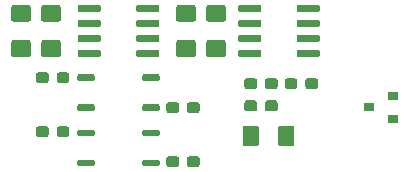
<source format=gbr>
G04 #@! TF.GenerationSoftware,KiCad,Pcbnew,(5.1.0-1220-ga833aeeac)*
G04 #@! TF.CreationDate,2019-07-18T01:02:23+03:00*
G04 #@! TF.ProjectId,proto_II_rs485,70726f74-6f5f-4494-995f-72733438352e,rev?*
G04 #@! TF.SameCoordinates,Original*
G04 #@! TF.FileFunction,Paste,Top*
G04 #@! TF.FilePolarity,Positive*
%FSLAX46Y46*%
G04 Gerber Fmt 4.6, Leading zero omitted, Abs format (unit mm)*
G04 Created by KiCad (PCBNEW (5.1.0-1220-ga833aeeac)) date 2019-07-18 01:02:23*
%MOMM*%
%LPD*%
G04 APERTURE LIST*
%ADD10C,0.160000*%
%ADD11C,1.425000*%
%ADD12C,0.550000*%
%ADD13C,0.600000*%
%ADD14C,0.950000*%
%ADD15R,0.900000X0.800000*%
G04 APERTURE END LIST*
D10*
G36*
X34310671Y-47719030D02*
G01*
X34391777Y-47773223D01*
X34445970Y-47854329D01*
X34465000Y-47950000D01*
X34465000Y-48875000D01*
X34445970Y-48970671D01*
X34391777Y-49051777D01*
X34310671Y-49105970D01*
X34215000Y-49125000D01*
X32965000Y-49125000D01*
X32869329Y-49105970D01*
X32788223Y-49051777D01*
X32734030Y-48970671D01*
X32715000Y-48875000D01*
X32715000Y-47950000D01*
X32734030Y-47854329D01*
X32788223Y-47773223D01*
X32869329Y-47719030D01*
X32965000Y-47700000D01*
X34215000Y-47700000D01*
X34310671Y-47719030D01*
X34310671Y-47719030D01*
G37*
D11*
X33590000Y-48412500D03*
D10*
G36*
X34310671Y-44744030D02*
G01*
X34391777Y-44798223D01*
X34445970Y-44879329D01*
X34465000Y-44975000D01*
X34465000Y-45900000D01*
X34445970Y-45995671D01*
X34391777Y-46076777D01*
X34310671Y-46130970D01*
X34215000Y-46150000D01*
X32965000Y-46150000D01*
X32869329Y-46130970D01*
X32788223Y-46076777D01*
X32734030Y-45995671D01*
X32715000Y-45900000D01*
X32715000Y-44975000D01*
X32734030Y-44879329D01*
X32788223Y-44798223D01*
X32869329Y-44744030D01*
X32965000Y-44725000D01*
X34215000Y-44725000D01*
X34310671Y-44744030D01*
X34310671Y-44744030D01*
G37*
D11*
X33590000Y-45437500D03*
D10*
G36*
X36850671Y-47719030D02*
G01*
X36931777Y-47773223D01*
X36985970Y-47854329D01*
X37005000Y-47950000D01*
X37005000Y-48875000D01*
X36985970Y-48970671D01*
X36931777Y-49051777D01*
X36850671Y-49105970D01*
X36755000Y-49125000D01*
X35505000Y-49125000D01*
X35409329Y-49105970D01*
X35328223Y-49051777D01*
X35274030Y-48970671D01*
X35255000Y-48875000D01*
X35255000Y-47950000D01*
X35274030Y-47854329D01*
X35328223Y-47773223D01*
X35409329Y-47719030D01*
X35505000Y-47700000D01*
X36755000Y-47700000D01*
X36850671Y-47719030D01*
X36850671Y-47719030D01*
G37*
D11*
X36130000Y-48412500D03*
D10*
G36*
X36850671Y-44744030D02*
G01*
X36931777Y-44798223D01*
X36985970Y-44879329D01*
X37005000Y-44975000D01*
X37005000Y-45900000D01*
X36985970Y-45995671D01*
X36931777Y-46076777D01*
X36850671Y-46130970D01*
X36755000Y-46150000D01*
X35505000Y-46150000D01*
X35409329Y-46130970D01*
X35328223Y-46076777D01*
X35274030Y-45995671D01*
X35255000Y-45900000D01*
X35255000Y-44975000D01*
X35274030Y-44879329D01*
X35328223Y-44798223D01*
X35409329Y-44744030D01*
X35505000Y-44725000D01*
X36755000Y-44725000D01*
X36850671Y-44744030D01*
X36850671Y-44744030D01*
G37*
D11*
X36130000Y-45437500D03*
D10*
G36*
X50820671Y-47719030D02*
G01*
X50901777Y-47773223D01*
X50955970Y-47854329D01*
X50975000Y-47950000D01*
X50975000Y-48875000D01*
X50955970Y-48970671D01*
X50901777Y-49051777D01*
X50820671Y-49105970D01*
X50725000Y-49125000D01*
X49475000Y-49125000D01*
X49379329Y-49105970D01*
X49298223Y-49051777D01*
X49244030Y-48970671D01*
X49225000Y-48875000D01*
X49225000Y-47950000D01*
X49244030Y-47854329D01*
X49298223Y-47773223D01*
X49379329Y-47719030D01*
X49475000Y-47700000D01*
X50725000Y-47700000D01*
X50820671Y-47719030D01*
X50820671Y-47719030D01*
G37*
D11*
X50100000Y-48412500D03*
D10*
G36*
X50820671Y-44744030D02*
G01*
X50901777Y-44798223D01*
X50955970Y-44879329D01*
X50975000Y-44975000D01*
X50975000Y-45900000D01*
X50955970Y-45995671D01*
X50901777Y-46076777D01*
X50820671Y-46130970D01*
X50725000Y-46150000D01*
X49475000Y-46150000D01*
X49379329Y-46130970D01*
X49298223Y-46076777D01*
X49244030Y-45995671D01*
X49225000Y-45900000D01*
X49225000Y-44975000D01*
X49244030Y-44879329D01*
X49298223Y-44798223D01*
X49379329Y-44744030D01*
X49475000Y-44725000D01*
X50725000Y-44725000D01*
X50820671Y-44744030D01*
X50820671Y-44744030D01*
G37*
D11*
X50100000Y-45437500D03*
D10*
G36*
X48280671Y-47719030D02*
G01*
X48361777Y-47773223D01*
X48415970Y-47854329D01*
X48435000Y-47950000D01*
X48435000Y-48875000D01*
X48415970Y-48970671D01*
X48361777Y-49051777D01*
X48280671Y-49105970D01*
X48185000Y-49125000D01*
X46935000Y-49125000D01*
X46839329Y-49105970D01*
X46758223Y-49051777D01*
X46704030Y-48970671D01*
X46685000Y-48875000D01*
X46685000Y-47950000D01*
X46704030Y-47854329D01*
X46758223Y-47773223D01*
X46839329Y-47719030D01*
X46935000Y-47700000D01*
X48185000Y-47700000D01*
X48280671Y-47719030D01*
X48280671Y-47719030D01*
G37*
D11*
X47560000Y-48412500D03*
D10*
G36*
X48280671Y-44744030D02*
G01*
X48361777Y-44798223D01*
X48415970Y-44879329D01*
X48435000Y-44975000D01*
X48435000Y-45900000D01*
X48415970Y-45995671D01*
X48361777Y-46076777D01*
X48280671Y-46130970D01*
X48185000Y-46150000D01*
X46935000Y-46150000D01*
X46839329Y-46130970D01*
X46758223Y-46076777D01*
X46704030Y-45995671D01*
X46685000Y-45900000D01*
X46685000Y-44975000D01*
X46704030Y-44879329D01*
X46758223Y-44798223D01*
X46839329Y-44744030D01*
X46935000Y-44725000D01*
X48185000Y-44725000D01*
X48280671Y-44744030D01*
X48280671Y-44744030D01*
G37*
D11*
X47560000Y-45437500D03*
D10*
G36*
X45235119Y-55296467D02*
G01*
X45279727Y-55326273D01*
X45309533Y-55370881D01*
X45320000Y-55423500D01*
X45320000Y-55698500D01*
X45309533Y-55751119D01*
X45279727Y-55795727D01*
X45235119Y-55825533D01*
X45182500Y-55836000D01*
X44007500Y-55836000D01*
X43954881Y-55825533D01*
X43910273Y-55795727D01*
X43880467Y-55751119D01*
X43870000Y-55698500D01*
X43870000Y-55423500D01*
X43880467Y-55370881D01*
X43910273Y-55326273D01*
X43954881Y-55296467D01*
X44007500Y-55286000D01*
X45182500Y-55286000D01*
X45235119Y-55296467D01*
X45235119Y-55296467D01*
G37*
D12*
X44595000Y-55561000D03*
D10*
G36*
X45235119Y-57836467D02*
G01*
X45279727Y-57866273D01*
X45309533Y-57910881D01*
X45320000Y-57963500D01*
X45320000Y-58238500D01*
X45309533Y-58291119D01*
X45279727Y-58335727D01*
X45235119Y-58365533D01*
X45182500Y-58376000D01*
X44007500Y-58376000D01*
X43954881Y-58365533D01*
X43910273Y-58335727D01*
X43880467Y-58291119D01*
X43870000Y-58238500D01*
X43870000Y-57963500D01*
X43880467Y-57910881D01*
X43910273Y-57866273D01*
X43954881Y-57836467D01*
X44007500Y-57826000D01*
X45182500Y-57826000D01*
X45235119Y-57836467D01*
X45235119Y-57836467D01*
G37*
D12*
X44595000Y-58101000D03*
D10*
G36*
X39735119Y-57836467D02*
G01*
X39779727Y-57866273D01*
X39809533Y-57910881D01*
X39820000Y-57963500D01*
X39820000Y-58238500D01*
X39809533Y-58291119D01*
X39779727Y-58335727D01*
X39735119Y-58365533D01*
X39682500Y-58376000D01*
X38507500Y-58376000D01*
X38454881Y-58365533D01*
X38410273Y-58335727D01*
X38380467Y-58291119D01*
X38370000Y-58238500D01*
X38370000Y-57963500D01*
X38380467Y-57910881D01*
X38410273Y-57866273D01*
X38454881Y-57836467D01*
X38507500Y-57826000D01*
X39682500Y-57826000D01*
X39735119Y-57836467D01*
X39735119Y-57836467D01*
G37*
D12*
X39095000Y-58101000D03*
D10*
G36*
X39735119Y-55296467D02*
G01*
X39779727Y-55326273D01*
X39809533Y-55370881D01*
X39820000Y-55423500D01*
X39820000Y-55698500D01*
X39809533Y-55751119D01*
X39779727Y-55795727D01*
X39735119Y-55825533D01*
X39682500Y-55836000D01*
X38507500Y-55836000D01*
X38454881Y-55825533D01*
X38410273Y-55795727D01*
X38380467Y-55751119D01*
X38370000Y-55698500D01*
X38370000Y-55423500D01*
X38380467Y-55370881D01*
X38410273Y-55326273D01*
X38454881Y-55296467D01*
X38507500Y-55286000D01*
X39682500Y-55286000D01*
X39735119Y-55296467D01*
X39735119Y-55296467D01*
G37*
D12*
X39095000Y-55561000D03*
D10*
G36*
X45235119Y-50597467D02*
G01*
X45279727Y-50627273D01*
X45309533Y-50671881D01*
X45320000Y-50724500D01*
X45320000Y-50999500D01*
X45309533Y-51052119D01*
X45279727Y-51096727D01*
X45235119Y-51126533D01*
X45182500Y-51137000D01*
X44007500Y-51137000D01*
X43954881Y-51126533D01*
X43910273Y-51096727D01*
X43880467Y-51052119D01*
X43870000Y-50999500D01*
X43870000Y-50724500D01*
X43880467Y-50671881D01*
X43910273Y-50627273D01*
X43954881Y-50597467D01*
X44007500Y-50587000D01*
X45182500Y-50587000D01*
X45235119Y-50597467D01*
X45235119Y-50597467D01*
G37*
D12*
X44595000Y-50862000D03*
D10*
G36*
X45235119Y-53137467D02*
G01*
X45279727Y-53167273D01*
X45309533Y-53211881D01*
X45320000Y-53264500D01*
X45320000Y-53539500D01*
X45309533Y-53592119D01*
X45279727Y-53636727D01*
X45235119Y-53666533D01*
X45182500Y-53677000D01*
X44007500Y-53677000D01*
X43954881Y-53666533D01*
X43910273Y-53636727D01*
X43880467Y-53592119D01*
X43870000Y-53539500D01*
X43870000Y-53264500D01*
X43880467Y-53211881D01*
X43910273Y-53167273D01*
X43954881Y-53137467D01*
X44007500Y-53127000D01*
X45182500Y-53127000D01*
X45235119Y-53137467D01*
X45235119Y-53137467D01*
G37*
D12*
X44595000Y-53402000D03*
D10*
G36*
X39735119Y-53137467D02*
G01*
X39779727Y-53167273D01*
X39809533Y-53211881D01*
X39820000Y-53264500D01*
X39820000Y-53539500D01*
X39809533Y-53592119D01*
X39779727Y-53636727D01*
X39735119Y-53666533D01*
X39682500Y-53677000D01*
X38507500Y-53677000D01*
X38454881Y-53666533D01*
X38410273Y-53636727D01*
X38380467Y-53592119D01*
X38370000Y-53539500D01*
X38370000Y-53264500D01*
X38380467Y-53211881D01*
X38410273Y-53167273D01*
X38454881Y-53137467D01*
X38507500Y-53127000D01*
X39682500Y-53127000D01*
X39735119Y-53137467D01*
X39735119Y-53137467D01*
G37*
D12*
X39095000Y-53402000D03*
D10*
G36*
X39735119Y-50597467D02*
G01*
X39779727Y-50627273D01*
X39809533Y-50671881D01*
X39820000Y-50724500D01*
X39820000Y-50999500D01*
X39809533Y-51052119D01*
X39779727Y-51096727D01*
X39735119Y-51126533D01*
X39682500Y-51137000D01*
X38507500Y-51137000D01*
X38454881Y-51126533D01*
X38410273Y-51096727D01*
X38380467Y-51052119D01*
X38370000Y-50999500D01*
X38370000Y-50724500D01*
X38380467Y-50671881D01*
X38410273Y-50627273D01*
X38454881Y-50597467D01*
X38507500Y-50587000D01*
X39682500Y-50587000D01*
X39735119Y-50597467D01*
X39735119Y-50597467D01*
G37*
D12*
X39095000Y-50862000D03*
D10*
G36*
X58791403Y-44731418D02*
G01*
X58840066Y-44763934D01*
X58872582Y-44812597D01*
X58884000Y-44870000D01*
X58884000Y-45170000D01*
X58872582Y-45227403D01*
X58840066Y-45276066D01*
X58791403Y-45308582D01*
X58734000Y-45320000D01*
X57084000Y-45320000D01*
X57026597Y-45308582D01*
X56977934Y-45276066D01*
X56945418Y-45227403D01*
X56934000Y-45170000D01*
X56934000Y-44870000D01*
X56945418Y-44812597D01*
X56977934Y-44763934D01*
X57026597Y-44731418D01*
X57084000Y-44720000D01*
X58734000Y-44720000D01*
X58791403Y-44731418D01*
X58791403Y-44731418D01*
G37*
D13*
X57909000Y-45020000D03*
D10*
G36*
X58791403Y-46001418D02*
G01*
X58840066Y-46033934D01*
X58872582Y-46082597D01*
X58884000Y-46140000D01*
X58884000Y-46440000D01*
X58872582Y-46497403D01*
X58840066Y-46546066D01*
X58791403Y-46578582D01*
X58734000Y-46590000D01*
X57084000Y-46590000D01*
X57026597Y-46578582D01*
X56977934Y-46546066D01*
X56945418Y-46497403D01*
X56934000Y-46440000D01*
X56934000Y-46140000D01*
X56945418Y-46082597D01*
X56977934Y-46033934D01*
X57026597Y-46001418D01*
X57084000Y-45990000D01*
X58734000Y-45990000D01*
X58791403Y-46001418D01*
X58791403Y-46001418D01*
G37*
D13*
X57909000Y-46290000D03*
D10*
G36*
X58791403Y-47271418D02*
G01*
X58840066Y-47303934D01*
X58872582Y-47352597D01*
X58884000Y-47410000D01*
X58884000Y-47710000D01*
X58872582Y-47767403D01*
X58840066Y-47816066D01*
X58791403Y-47848582D01*
X58734000Y-47860000D01*
X57084000Y-47860000D01*
X57026597Y-47848582D01*
X56977934Y-47816066D01*
X56945418Y-47767403D01*
X56934000Y-47710000D01*
X56934000Y-47410000D01*
X56945418Y-47352597D01*
X56977934Y-47303934D01*
X57026597Y-47271418D01*
X57084000Y-47260000D01*
X58734000Y-47260000D01*
X58791403Y-47271418D01*
X58791403Y-47271418D01*
G37*
D13*
X57909000Y-47560000D03*
D10*
G36*
X58791403Y-48541418D02*
G01*
X58840066Y-48573934D01*
X58872582Y-48622597D01*
X58884000Y-48680000D01*
X58884000Y-48980000D01*
X58872582Y-49037403D01*
X58840066Y-49086066D01*
X58791403Y-49118582D01*
X58734000Y-49130000D01*
X57084000Y-49130000D01*
X57026597Y-49118582D01*
X56977934Y-49086066D01*
X56945418Y-49037403D01*
X56934000Y-48980000D01*
X56934000Y-48680000D01*
X56945418Y-48622597D01*
X56977934Y-48573934D01*
X57026597Y-48541418D01*
X57084000Y-48530000D01*
X58734000Y-48530000D01*
X58791403Y-48541418D01*
X58791403Y-48541418D01*
G37*
D13*
X57909000Y-48830000D03*
D10*
G36*
X53841403Y-48541418D02*
G01*
X53890066Y-48573934D01*
X53922582Y-48622597D01*
X53934000Y-48680000D01*
X53934000Y-48980000D01*
X53922582Y-49037403D01*
X53890066Y-49086066D01*
X53841403Y-49118582D01*
X53784000Y-49130000D01*
X52134000Y-49130000D01*
X52076597Y-49118582D01*
X52027934Y-49086066D01*
X51995418Y-49037403D01*
X51984000Y-48980000D01*
X51984000Y-48680000D01*
X51995418Y-48622597D01*
X52027934Y-48573934D01*
X52076597Y-48541418D01*
X52134000Y-48530000D01*
X53784000Y-48530000D01*
X53841403Y-48541418D01*
X53841403Y-48541418D01*
G37*
D13*
X52959000Y-48830000D03*
D10*
G36*
X53841403Y-47271418D02*
G01*
X53890066Y-47303934D01*
X53922582Y-47352597D01*
X53934000Y-47410000D01*
X53934000Y-47710000D01*
X53922582Y-47767403D01*
X53890066Y-47816066D01*
X53841403Y-47848582D01*
X53784000Y-47860000D01*
X52134000Y-47860000D01*
X52076597Y-47848582D01*
X52027934Y-47816066D01*
X51995418Y-47767403D01*
X51984000Y-47710000D01*
X51984000Y-47410000D01*
X51995418Y-47352597D01*
X52027934Y-47303934D01*
X52076597Y-47271418D01*
X52134000Y-47260000D01*
X53784000Y-47260000D01*
X53841403Y-47271418D01*
X53841403Y-47271418D01*
G37*
D13*
X52959000Y-47560000D03*
D10*
G36*
X53841403Y-46001418D02*
G01*
X53890066Y-46033934D01*
X53922582Y-46082597D01*
X53934000Y-46140000D01*
X53934000Y-46440000D01*
X53922582Y-46497403D01*
X53890066Y-46546066D01*
X53841403Y-46578582D01*
X53784000Y-46590000D01*
X52134000Y-46590000D01*
X52076597Y-46578582D01*
X52027934Y-46546066D01*
X51995418Y-46497403D01*
X51984000Y-46440000D01*
X51984000Y-46140000D01*
X51995418Y-46082597D01*
X52027934Y-46033934D01*
X52076597Y-46001418D01*
X52134000Y-45990000D01*
X53784000Y-45990000D01*
X53841403Y-46001418D01*
X53841403Y-46001418D01*
G37*
D13*
X52959000Y-46290000D03*
D10*
G36*
X53841403Y-44731418D02*
G01*
X53890066Y-44763934D01*
X53922582Y-44812597D01*
X53934000Y-44870000D01*
X53934000Y-45170000D01*
X53922582Y-45227403D01*
X53890066Y-45276066D01*
X53841403Y-45308582D01*
X53784000Y-45320000D01*
X52134000Y-45320000D01*
X52076597Y-45308582D01*
X52027934Y-45276066D01*
X51995418Y-45227403D01*
X51984000Y-45170000D01*
X51984000Y-44870000D01*
X51995418Y-44812597D01*
X52027934Y-44763934D01*
X52076597Y-44731418D01*
X52134000Y-44720000D01*
X53784000Y-44720000D01*
X53841403Y-44731418D01*
X53841403Y-44731418D01*
G37*
D13*
X52959000Y-45020000D03*
D10*
G36*
X45202403Y-44731418D02*
G01*
X45251066Y-44763934D01*
X45283582Y-44812597D01*
X45295000Y-44870000D01*
X45295000Y-45170000D01*
X45283582Y-45227403D01*
X45251066Y-45276066D01*
X45202403Y-45308582D01*
X45145000Y-45320000D01*
X43495000Y-45320000D01*
X43437597Y-45308582D01*
X43388934Y-45276066D01*
X43356418Y-45227403D01*
X43345000Y-45170000D01*
X43345000Y-44870000D01*
X43356418Y-44812597D01*
X43388934Y-44763934D01*
X43437597Y-44731418D01*
X43495000Y-44720000D01*
X45145000Y-44720000D01*
X45202403Y-44731418D01*
X45202403Y-44731418D01*
G37*
D13*
X44320000Y-45020000D03*
D10*
G36*
X45202403Y-46001418D02*
G01*
X45251066Y-46033934D01*
X45283582Y-46082597D01*
X45295000Y-46140000D01*
X45295000Y-46440000D01*
X45283582Y-46497403D01*
X45251066Y-46546066D01*
X45202403Y-46578582D01*
X45145000Y-46590000D01*
X43495000Y-46590000D01*
X43437597Y-46578582D01*
X43388934Y-46546066D01*
X43356418Y-46497403D01*
X43345000Y-46440000D01*
X43345000Y-46140000D01*
X43356418Y-46082597D01*
X43388934Y-46033934D01*
X43437597Y-46001418D01*
X43495000Y-45990000D01*
X45145000Y-45990000D01*
X45202403Y-46001418D01*
X45202403Y-46001418D01*
G37*
D13*
X44320000Y-46290000D03*
D10*
G36*
X45202403Y-47271418D02*
G01*
X45251066Y-47303934D01*
X45283582Y-47352597D01*
X45295000Y-47410000D01*
X45295000Y-47710000D01*
X45283582Y-47767403D01*
X45251066Y-47816066D01*
X45202403Y-47848582D01*
X45145000Y-47860000D01*
X43495000Y-47860000D01*
X43437597Y-47848582D01*
X43388934Y-47816066D01*
X43356418Y-47767403D01*
X43345000Y-47710000D01*
X43345000Y-47410000D01*
X43356418Y-47352597D01*
X43388934Y-47303934D01*
X43437597Y-47271418D01*
X43495000Y-47260000D01*
X45145000Y-47260000D01*
X45202403Y-47271418D01*
X45202403Y-47271418D01*
G37*
D13*
X44320000Y-47560000D03*
D10*
G36*
X45202403Y-48541418D02*
G01*
X45251066Y-48573934D01*
X45283582Y-48622597D01*
X45295000Y-48680000D01*
X45295000Y-48980000D01*
X45283582Y-49037403D01*
X45251066Y-49086066D01*
X45202403Y-49118582D01*
X45145000Y-49130000D01*
X43495000Y-49130000D01*
X43437597Y-49118582D01*
X43388934Y-49086066D01*
X43356418Y-49037403D01*
X43345000Y-48980000D01*
X43345000Y-48680000D01*
X43356418Y-48622597D01*
X43388934Y-48573934D01*
X43437597Y-48541418D01*
X43495000Y-48530000D01*
X45145000Y-48530000D01*
X45202403Y-48541418D01*
X45202403Y-48541418D01*
G37*
D13*
X44320000Y-48830000D03*
D10*
G36*
X40252403Y-48541418D02*
G01*
X40301066Y-48573934D01*
X40333582Y-48622597D01*
X40345000Y-48680000D01*
X40345000Y-48980000D01*
X40333582Y-49037403D01*
X40301066Y-49086066D01*
X40252403Y-49118582D01*
X40195000Y-49130000D01*
X38545000Y-49130000D01*
X38487597Y-49118582D01*
X38438934Y-49086066D01*
X38406418Y-49037403D01*
X38395000Y-48980000D01*
X38395000Y-48680000D01*
X38406418Y-48622597D01*
X38438934Y-48573934D01*
X38487597Y-48541418D01*
X38545000Y-48530000D01*
X40195000Y-48530000D01*
X40252403Y-48541418D01*
X40252403Y-48541418D01*
G37*
D13*
X39370000Y-48830000D03*
D10*
G36*
X40252403Y-47271418D02*
G01*
X40301066Y-47303934D01*
X40333582Y-47352597D01*
X40345000Y-47410000D01*
X40345000Y-47710000D01*
X40333582Y-47767403D01*
X40301066Y-47816066D01*
X40252403Y-47848582D01*
X40195000Y-47860000D01*
X38545000Y-47860000D01*
X38487597Y-47848582D01*
X38438934Y-47816066D01*
X38406418Y-47767403D01*
X38395000Y-47710000D01*
X38395000Y-47410000D01*
X38406418Y-47352597D01*
X38438934Y-47303934D01*
X38487597Y-47271418D01*
X38545000Y-47260000D01*
X40195000Y-47260000D01*
X40252403Y-47271418D01*
X40252403Y-47271418D01*
G37*
D13*
X39370000Y-47560000D03*
D10*
G36*
X40252403Y-46001418D02*
G01*
X40301066Y-46033934D01*
X40333582Y-46082597D01*
X40345000Y-46140000D01*
X40345000Y-46440000D01*
X40333582Y-46497403D01*
X40301066Y-46546066D01*
X40252403Y-46578582D01*
X40195000Y-46590000D01*
X38545000Y-46590000D01*
X38487597Y-46578582D01*
X38438934Y-46546066D01*
X38406418Y-46497403D01*
X38395000Y-46440000D01*
X38395000Y-46140000D01*
X38406418Y-46082597D01*
X38438934Y-46033934D01*
X38487597Y-46001418D01*
X38545000Y-45990000D01*
X40195000Y-45990000D01*
X40252403Y-46001418D01*
X40252403Y-46001418D01*
G37*
D13*
X39370000Y-46290000D03*
D10*
G36*
X40252403Y-44731418D02*
G01*
X40301066Y-44763934D01*
X40333582Y-44812597D01*
X40345000Y-44870000D01*
X40345000Y-45170000D01*
X40333582Y-45227403D01*
X40301066Y-45276066D01*
X40252403Y-45308582D01*
X40195000Y-45320000D01*
X38545000Y-45320000D01*
X38487597Y-45308582D01*
X38438934Y-45276066D01*
X38406418Y-45227403D01*
X38395000Y-45170000D01*
X38395000Y-44870000D01*
X38406418Y-44812597D01*
X38438934Y-44763934D01*
X38487597Y-44731418D01*
X38545000Y-44720000D01*
X40195000Y-44720000D01*
X40252403Y-44731418D01*
X40252403Y-44731418D01*
G37*
D13*
X39370000Y-45020000D03*
D10*
G36*
X46809387Y-57517079D02*
G01*
X46886438Y-57568562D01*
X46937921Y-57645613D01*
X46956000Y-57736500D01*
X46956000Y-58211500D01*
X46937921Y-58302387D01*
X46886438Y-58379438D01*
X46809387Y-58430921D01*
X46718500Y-58449000D01*
X46143500Y-58449000D01*
X46052613Y-58430921D01*
X45975562Y-58379438D01*
X45924079Y-58302387D01*
X45906000Y-58211500D01*
X45906000Y-57736500D01*
X45924079Y-57645613D01*
X45975562Y-57568562D01*
X46052613Y-57517079D01*
X46143500Y-57499000D01*
X46718500Y-57499000D01*
X46809387Y-57517079D01*
X46809387Y-57517079D01*
G37*
D14*
X46431000Y-57974000D03*
D10*
G36*
X48559387Y-57517079D02*
G01*
X48636438Y-57568562D01*
X48687921Y-57645613D01*
X48706000Y-57736500D01*
X48706000Y-58211500D01*
X48687921Y-58302387D01*
X48636438Y-58379438D01*
X48559387Y-58430921D01*
X48468500Y-58449000D01*
X47893500Y-58449000D01*
X47802613Y-58430921D01*
X47725562Y-58379438D01*
X47674079Y-58302387D01*
X47656000Y-58211500D01*
X47656000Y-57736500D01*
X47674079Y-57645613D01*
X47725562Y-57568562D01*
X47802613Y-57517079D01*
X47893500Y-57499000D01*
X48468500Y-57499000D01*
X48559387Y-57517079D01*
X48559387Y-57517079D01*
G37*
D14*
X48181000Y-57974000D03*
D10*
G36*
X35774387Y-54977079D02*
G01*
X35851438Y-55028562D01*
X35902921Y-55105613D01*
X35921000Y-55196500D01*
X35921000Y-55671500D01*
X35902921Y-55762387D01*
X35851438Y-55839438D01*
X35774387Y-55890921D01*
X35683500Y-55909000D01*
X35108500Y-55909000D01*
X35017613Y-55890921D01*
X34940562Y-55839438D01*
X34889079Y-55762387D01*
X34871000Y-55671500D01*
X34871000Y-55196500D01*
X34889079Y-55105613D01*
X34940562Y-55028562D01*
X35017613Y-54977079D01*
X35108500Y-54959000D01*
X35683500Y-54959000D01*
X35774387Y-54977079D01*
X35774387Y-54977079D01*
G37*
D14*
X35396000Y-55434000D03*
D10*
G36*
X37524387Y-54977079D02*
G01*
X37601438Y-55028562D01*
X37652921Y-55105613D01*
X37671000Y-55196500D01*
X37671000Y-55671500D01*
X37652921Y-55762387D01*
X37601438Y-55839438D01*
X37524387Y-55890921D01*
X37433500Y-55909000D01*
X36858500Y-55909000D01*
X36767613Y-55890921D01*
X36690562Y-55839438D01*
X36639079Y-55762387D01*
X36621000Y-55671500D01*
X36621000Y-55196500D01*
X36639079Y-55105613D01*
X36690562Y-55028562D01*
X36767613Y-54977079D01*
X36858500Y-54959000D01*
X37433500Y-54959000D01*
X37524387Y-54977079D01*
X37524387Y-54977079D01*
G37*
D14*
X37146000Y-55434000D03*
D10*
G36*
X46809387Y-52945079D02*
G01*
X46886438Y-52996562D01*
X46937921Y-53073613D01*
X46956000Y-53164500D01*
X46956000Y-53639500D01*
X46937921Y-53730387D01*
X46886438Y-53807438D01*
X46809387Y-53858921D01*
X46718500Y-53877000D01*
X46143500Y-53877000D01*
X46052613Y-53858921D01*
X45975562Y-53807438D01*
X45924079Y-53730387D01*
X45906000Y-53639500D01*
X45906000Y-53164500D01*
X45924079Y-53073613D01*
X45975562Y-52996562D01*
X46052613Y-52945079D01*
X46143500Y-52927000D01*
X46718500Y-52927000D01*
X46809387Y-52945079D01*
X46809387Y-52945079D01*
G37*
D14*
X46431000Y-53402000D03*
D10*
G36*
X48559387Y-52945079D02*
G01*
X48636438Y-52996562D01*
X48687921Y-53073613D01*
X48706000Y-53164500D01*
X48706000Y-53639500D01*
X48687921Y-53730387D01*
X48636438Y-53807438D01*
X48559387Y-53858921D01*
X48468500Y-53877000D01*
X47893500Y-53877000D01*
X47802613Y-53858921D01*
X47725562Y-53807438D01*
X47674079Y-53730387D01*
X47656000Y-53639500D01*
X47656000Y-53164500D01*
X47674079Y-53073613D01*
X47725562Y-52996562D01*
X47802613Y-52945079D01*
X47893500Y-52927000D01*
X48468500Y-52927000D01*
X48559387Y-52945079D01*
X48559387Y-52945079D01*
G37*
D14*
X48181000Y-53402000D03*
D10*
G36*
X35774387Y-50405079D02*
G01*
X35851438Y-50456562D01*
X35902921Y-50533613D01*
X35921000Y-50624500D01*
X35921000Y-51099500D01*
X35902921Y-51190387D01*
X35851438Y-51267438D01*
X35774387Y-51318921D01*
X35683500Y-51337000D01*
X35108500Y-51337000D01*
X35017613Y-51318921D01*
X34940562Y-51267438D01*
X34889079Y-51190387D01*
X34871000Y-51099500D01*
X34871000Y-50624500D01*
X34889079Y-50533613D01*
X34940562Y-50456562D01*
X35017613Y-50405079D01*
X35108500Y-50387000D01*
X35683500Y-50387000D01*
X35774387Y-50405079D01*
X35774387Y-50405079D01*
G37*
D14*
X35396000Y-50862000D03*
D10*
G36*
X37524387Y-50405079D02*
G01*
X37601438Y-50456562D01*
X37652921Y-50533613D01*
X37671000Y-50624500D01*
X37671000Y-51099500D01*
X37652921Y-51190387D01*
X37601438Y-51267438D01*
X37524387Y-51318921D01*
X37433500Y-51337000D01*
X36858500Y-51337000D01*
X36767613Y-51318921D01*
X36690562Y-51267438D01*
X36639079Y-51190387D01*
X36621000Y-51099500D01*
X36621000Y-50624500D01*
X36639079Y-50533613D01*
X36690562Y-50456562D01*
X36767613Y-50405079D01*
X36858500Y-50387000D01*
X37433500Y-50387000D01*
X37524387Y-50405079D01*
X37524387Y-50405079D01*
G37*
D14*
X37146000Y-50862000D03*
D10*
G36*
X55163387Y-50913079D02*
G01*
X55240438Y-50964562D01*
X55291921Y-51041613D01*
X55310000Y-51132500D01*
X55310000Y-51607500D01*
X55291921Y-51698387D01*
X55240438Y-51775438D01*
X55163387Y-51826921D01*
X55072500Y-51845000D01*
X54497500Y-51845000D01*
X54406613Y-51826921D01*
X54329562Y-51775438D01*
X54278079Y-51698387D01*
X54260000Y-51607500D01*
X54260000Y-51132500D01*
X54278079Y-51041613D01*
X54329562Y-50964562D01*
X54406613Y-50913079D01*
X54497500Y-50895000D01*
X55072500Y-50895000D01*
X55163387Y-50913079D01*
X55163387Y-50913079D01*
G37*
D14*
X54785000Y-51370000D03*
D10*
G36*
X53413387Y-50913079D02*
G01*
X53490438Y-50964562D01*
X53541921Y-51041613D01*
X53560000Y-51132500D01*
X53560000Y-51607500D01*
X53541921Y-51698387D01*
X53490438Y-51775438D01*
X53413387Y-51826921D01*
X53322500Y-51845000D01*
X52747500Y-51845000D01*
X52656613Y-51826921D01*
X52579562Y-51775438D01*
X52528079Y-51698387D01*
X52510000Y-51607500D01*
X52510000Y-51132500D01*
X52528079Y-51041613D01*
X52579562Y-50964562D01*
X52656613Y-50913079D01*
X52747500Y-50895000D01*
X53322500Y-50895000D01*
X53413387Y-50913079D01*
X53413387Y-50913079D01*
G37*
D14*
X53035000Y-51370000D03*
D10*
G36*
X55163387Y-52818079D02*
G01*
X55240438Y-52869562D01*
X55291921Y-52946613D01*
X55310000Y-53037500D01*
X55310000Y-53512500D01*
X55291921Y-53603387D01*
X55240438Y-53680438D01*
X55163387Y-53731921D01*
X55072500Y-53750000D01*
X54497500Y-53750000D01*
X54406613Y-53731921D01*
X54329562Y-53680438D01*
X54278079Y-53603387D01*
X54260000Y-53512500D01*
X54260000Y-53037500D01*
X54278079Y-52946613D01*
X54329562Y-52869562D01*
X54406613Y-52818079D01*
X54497500Y-52800000D01*
X55072500Y-52800000D01*
X55163387Y-52818079D01*
X55163387Y-52818079D01*
G37*
D14*
X54785000Y-53275000D03*
D10*
G36*
X53413387Y-52818079D02*
G01*
X53490438Y-52869562D01*
X53541921Y-52946613D01*
X53560000Y-53037500D01*
X53560000Y-53512500D01*
X53541921Y-53603387D01*
X53490438Y-53680438D01*
X53413387Y-53731921D01*
X53322500Y-53750000D01*
X52747500Y-53750000D01*
X52656613Y-53731921D01*
X52579562Y-53680438D01*
X52528079Y-53603387D01*
X52510000Y-53512500D01*
X52510000Y-53037500D01*
X52528079Y-52946613D01*
X52579562Y-52869562D01*
X52656613Y-52818079D01*
X52747500Y-52800000D01*
X53322500Y-52800000D01*
X53413387Y-52818079D01*
X53413387Y-52818079D01*
G37*
D14*
X53035000Y-53275000D03*
D10*
G36*
X58578387Y-50913079D02*
G01*
X58655438Y-50964562D01*
X58706921Y-51041613D01*
X58725000Y-51132500D01*
X58725000Y-51607500D01*
X58706921Y-51698387D01*
X58655438Y-51775438D01*
X58578387Y-51826921D01*
X58487500Y-51845000D01*
X57912500Y-51845000D01*
X57821613Y-51826921D01*
X57744562Y-51775438D01*
X57693079Y-51698387D01*
X57675000Y-51607500D01*
X57675000Y-51132500D01*
X57693079Y-51041613D01*
X57744562Y-50964562D01*
X57821613Y-50913079D01*
X57912500Y-50895000D01*
X58487500Y-50895000D01*
X58578387Y-50913079D01*
X58578387Y-50913079D01*
G37*
D14*
X58200000Y-51370000D03*
D10*
G36*
X56828387Y-50913079D02*
G01*
X56905438Y-50964562D01*
X56956921Y-51041613D01*
X56975000Y-51132500D01*
X56975000Y-51607500D01*
X56956921Y-51698387D01*
X56905438Y-51775438D01*
X56828387Y-51826921D01*
X56737500Y-51845000D01*
X56162500Y-51845000D01*
X56071613Y-51826921D01*
X55994562Y-51775438D01*
X55943079Y-51698387D01*
X55925000Y-51607500D01*
X55925000Y-51132500D01*
X55943079Y-51041613D01*
X55994562Y-50964562D01*
X56071613Y-50913079D01*
X56162500Y-50895000D01*
X56737500Y-50895000D01*
X56828387Y-50913079D01*
X56828387Y-50913079D01*
G37*
D14*
X56450000Y-51370000D03*
D15*
X63070000Y-53402000D03*
X65070000Y-52452000D03*
X65070000Y-54352000D03*
D10*
G36*
X56590671Y-54959030D02*
G01*
X56671777Y-55013223D01*
X56725970Y-55094329D01*
X56745000Y-55190000D01*
X56745000Y-56440000D01*
X56725970Y-56535671D01*
X56671777Y-56616777D01*
X56590671Y-56670970D01*
X56495000Y-56690000D01*
X55570000Y-56690000D01*
X55474329Y-56670970D01*
X55393223Y-56616777D01*
X55339030Y-56535671D01*
X55320000Y-56440000D01*
X55320000Y-55190000D01*
X55339030Y-55094329D01*
X55393223Y-55013223D01*
X55474329Y-54959030D01*
X55570000Y-54940000D01*
X56495000Y-54940000D01*
X56590671Y-54959030D01*
X56590671Y-54959030D01*
G37*
D11*
X56032500Y-55815000D03*
D10*
G36*
X53615671Y-54959030D02*
G01*
X53696777Y-55013223D01*
X53750970Y-55094329D01*
X53770000Y-55190000D01*
X53770000Y-56440000D01*
X53750970Y-56535671D01*
X53696777Y-56616777D01*
X53615671Y-56670970D01*
X53520000Y-56690000D01*
X52595000Y-56690000D01*
X52499329Y-56670970D01*
X52418223Y-56616777D01*
X52364030Y-56535671D01*
X52345000Y-56440000D01*
X52345000Y-55190000D01*
X52364030Y-55094329D01*
X52418223Y-55013223D01*
X52499329Y-54959030D01*
X52595000Y-54940000D01*
X53520000Y-54940000D01*
X53615671Y-54959030D01*
X53615671Y-54959030D01*
G37*
D11*
X53057500Y-55815000D03*
M02*

</source>
